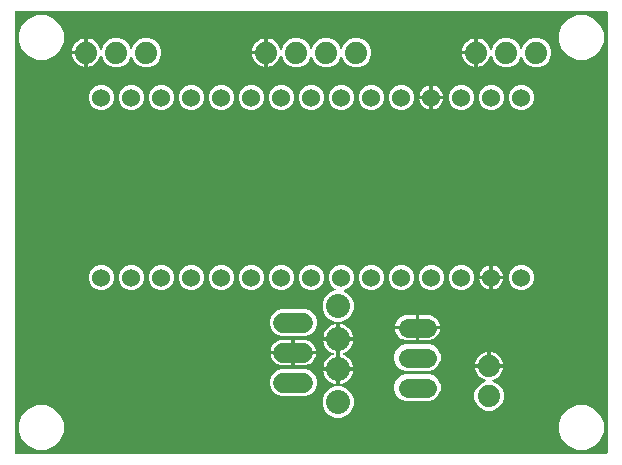
<source format=gbr>
G04 EAGLE Gerber RS-274X export*
G75*
%MOMM*%
%FSLAX34Y34*%
%LPD*%
%INTop Copper*%
%IPPOS*%
%AMOC8*
5,1,8,0,0,1.08239X$1,22.5*%
G01*
%ADD10C,2.032000*%
%ADD11C,1.879600*%
%ADD12C,1.524000*%
%ADD13C,1.676400*%
%ADD14C,1.650000*%

G36*
X707410Y434852D02*
X707410Y434852D01*
X707429Y434850D01*
X707531Y434872D01*
X707633Y434888D01*
X707650Y434898D01*
X707670Y434902D01*
X707759Y434955D01*
X707850Y435004D01*
X707864Y435018D01*
X707881Y435028D01*
X707948Y435107D01*
X708020Y435182D01*
X708028Y435200D01*
X708041Y435215D01*
X708080Y435311D01*
X708123Y435405D01*
X708125Y435425D01*
X708133Y435443D01*
X708151Y435610D01*
X708151Y808990D01*
X708148Y809010D01*
X708150Y809029D01*
X708128Y809131D01*
X708112Y809233D01*
X708102Y809250D01*
X708098Y809270D01*
X708045Y809359D01*
X707996Y809450D01*
X707982Y809464D01*
X707972Y809481D01*
X707893Y809548D01*
X707818Y809620D01*
X707800Y809628D01*
X707785Y809641D01*
X707689Y809680D01*
X707595Y809723D01*
X707575Y809725D01*
X707557Y809733D01*
X707390Y809751D01*
X207010Y809751D01*
X206990Y809748D01*
X206971Y809750D01*
X206869Y809728D01*
X206767Y809712D01*
X206750Y809702D01*
X206730Y809698D01*
X206641Y809645D01*
X206550Y809596D01*
X206536Y809582D01*
X206519Y809572D01*
X206452Y809493D01*
X206380Y809418D01*
X206372Y809400D01*
X206359Y809385D01*
X206320Y809289D01*
X206277Y809195D01*
X206275Y809175D01*
X206267Y809157D01*
X206249Y808990D01*
X206249Y435610D01*
X206252Y435590D01*
X206250Y435571D01*
X206272Y435469D01*
X206288Y435367D01*
X206298Y435350D01*
X206302Y435330D01*
X206355Y435241D01*
X206404Y435150D01*
X206418Y435136D01*
X206428Y435119D01*
X206507Y435052D01*
X206582Y434980D01*
X206600Y434972D01*
X206615Y434959D01*
X206711Y434920D01*
X206805Y434877D01*
X206825Y434875D01*
X206843Y434867D01*
X207010Y434849D01*
X707390Y434849D01*
X707410Y434852D01*
G37*
%LPC*%
G36*
X442024Y762253D02*
X442024Y762253D01*
X437449Y764148D01*
X433948Y767649D01*
X432168Y771948D01*
X432114Y772034D01*
X432066Y772123D01*
X432050Y772138D01*
X432038Y772157D01*
X431960Y772221D01*
X431886Y772290D01*
X431866Y772299D01*
X431849Y772313D01*
X431754Y772350D01*
X431662Y772391D01*
X431640Y772394D01*
X431619Y772402D01*
X431518Y772406D01*
X431417Y772416D01*
X431396Y772411D01*
X431373Y772412D01*
X431276Y772384D01*
X431177Y772361D01*
X431158Y772350D01*
X431137Y772343D01*
X431054Y772286D01*
X430968Y772233D01*
X430953Y772216D01*
X430935Y772203D01*
X430875Y772122D01*
X430810Y772044D01*
X430798Y772019D01*
X430788Y772006D01*
X430778Y771975D01*
X430741Y771891D01*
X430164Y770117D01*
X429311Y768443D01*
X428206Y766922D01*
X426878Y765594D01*
X425357Y764489D01*
X423683Y763636D01*
X421896Y763055D01*
X420623Y762854D01*
X420623Y773938D01*
X420620Y773958D01*
X420622Y773977D01*
X420600Y774079D01*
X420583Y774181D01*
X420574Y774198D01*
X420570Y774218D01*
X420517Y774307D01*
X420468Y774398D01*
X420454Y774412D01*
X420444Y774429D01*
X420365Y774496D01*
X420290Y774567D01*
X420272Y774576D01*
X420257Y774589D01*
X420161Y774627D01*
X420067Y774671D01*
X420047Y774673D01*
X420029Y774681D01*
X419862Y774699D01*
X419099Y774699D01*
X419099Y774701D01*
X419862Y774701D01*
X419882Y774704D01*
X419901Y774702D01*
X420003Y774724D01*
X420105Y774741D01*
X420122Y774750D01*
X420142Y774754D01*
X420231Y774807D01*
X420322Y774856D01*
X420336Y774870D01*
X420353Y774880D01*
X420420Y774959D01*
X420491Y775034D01*
X420500Y775052D01*
X420513Y775067D01*
X420552Y775163D01*
X420595Y775257D01*
X420597Y775277D01*
X420605Y775295D01*
X420623Y775462D01*
X420623Y786546D01*
X421896Y786345D01*
X423683Y785764D01*
X425357Y784911D01*
X426878Y783806D01*
X428206Y782478D01*
X429311Y780957D01*
X430164Y779283D01*
X430741Y777509D01*
X430787Y777419D01*
X430828Y777326D01*
X430843Y777310D01*
X430853Y777290D01*
X430926Y777220D01*
X430995Y777145D01*
X431014Y777134D01*
X431030Y777119D01*
X431121Y777075D01*
X431210Y777026D01*
X431232Y777022D01*
X431252Y777013D01*
X431352Y777001D01*
X431452Y776983D01*
X431474Y776986D01*
X431496Y776983D01*
X431595Y777004D01*
X431695Y777018D01*
X431715Y777028D01*
X431737Y777033D01*
X431824Y777084D01*
X431915Y777130D01*
X431930Y777146D01*
X431949Y777157D01*
X432016Y777233D01*
X432087Y777305D01*
X432100Y777330D01*
X432111Y777342D01*
X432124Y777372D01*
X432168Y777452D01*
X433948Y781751D01*
X437449Y785252D01*
X442024Y787147D01*
X446976Y787147D01*
X451551Y785252D01*
X455052Y781751D01*
X456497Y778262D01*
X456535Y778201D01*
X456564Y778136D01*
X456599Y778098D01*
X456626Y778053D01*
X456682Y778007D01*
X456730Y777955D01*
X456776Y777930D01*
X456816Y777896D01*
X456883Y777871D01*
X456946Y777836D01*
X456997Y777827D01*
X457045Y777808D01*
X457117Y777805D01*
X457188Y777792D01*
X457239Y777800D01*
X457291Y777798D01*
X457360Y777818D01*
X457431Y777828D01*
X457477Y777852D01*
X457527Y777866D01*
X457586Y777907D01*
X457650Y777940D01*
X457687Y777977D01*
X457729Y778007D01*
X457772Y778064D01*
X457822Y778115D01*
X457857Y778178D01*
X457876Y778204D01*
X457883Y778226D01*
X457903Y778262D01*
X459348Y781751D01*
X462849Y785252D01*
X467424Y787147D01*
X472376Y787147D01*
X476951Y785252D01*
X480452Y781751D01*
X481897Y778262D01*
X481935Y778201D01*
X481964Y778136D01*
X481999Y778098D01*
X482026Y778053D01*
X482082Y778007D01*
X482130Y777955D01*
X482176Y777930D01*
X482216Y777896D01*
X482283Y777871D01*
X482346Y777836D01*
X482397Y777827D01*
X482445Y777808D01*
X482517Y777805D01*
X482588Y777792D01*
X482639Y777800D01*
X482691Y777798D01*
X482760Y777818D01*
X482831Y777828D01*
X482877Y777852D01*
X482927Y777866D01*
X482986Y777907D01*
X483050Y777940D01*
X483087Y777977D01*
X483129Y778007D01*
X483172Y778064D01*
X483222Y778115D01*
X483257Y778178D01*
X483276Y778204D01*
X483283Y778226D01*
X483303Y778262D01*
X484748Y781751D01*
X488249Y785252D01*
X492824Y787147D01*
X497776Y787147D01*
X502351Y785252D01*
X505852Y781751D01*
X507747Y777176D01*
X507747Y772224D01*
X505852Y767649D01*
X502351Y764148D01*
X497776Y762253D01*
X492824Y762253D01*
X488249Y764148D01*
X484748Y767649D01*
X483303Y771138D01*
X483265Y771199D01*
X483236Y771264D01*
X483201Y771302D01*
X483174Y771347D01*
X483118Y771392D01*
X483070Y771445D01*
X483024Y771470D01*
X482984Y771504D01*
X482917Y771529D01*
X482854Y771564D01*
X482803Y771573D01*
X482755Y771592D01*
X482683Y771595D01*
X482612Y771608D01*
X482561Y771600D01*
X482509Y771602D01*
X482440Y771582D01*
X482369Y771572D01*
X482323Y771548D01*
X482273Y771534D01*
X482214Y771493D01*
X482150Y771460D01*
X482113Y771423D01*
X482071Y771393D01*
X482028Y771336D01*
X481978Y771285D01*
X481943Y771222D01*
X481924Y771196D01*
X481917Y771174D01*
X481897Y771138D01*
X480452Y767649D01*
X476951Y764148D01*
X472376Y762253D01*
X467424Y762253D01*
X462849Y764148D01*
X459348Y767649D01*
X457903Y771138D01*
X457865Y771199D01*
X457836Y771264D01*
X457801Y771302D01*
X457774Y771347D01*
X457718Y771392D01*
X457670Y771445D01*
X457624Y771470D01*
X457584Y771504D01*
X457517Y771529D01*
X457454Y771564D01*
X457403Y771573D01*
X457355Y771592D01*
X457283Y771595D01*
X457212Y771608D01*
X457161Y771600D01*
X457109Y771602D01*
X457040Y771582D01*
X456969Y771572D01*
X456923Y771548D01*
X456873Y771534D01*
X456814Y771493D01*
X456750Y771460D01*
X456713Y771423D01*
X456671Y771393D01*
X456628Y771336D01*
X456578Y771285D01*
X456543Y771222D01*
X456524Y771196D01*
X456517Y771174D01*
X456497Y771138D01*
X455052Y767649D01*
X451551Y764148D01*
X446976Y762253D01*
X442024Y762253D01*
G37*
%LPD*%
%LPC*%
G36*
X289624Y762253D02*
X289624Y762253D01*
X285049Y764148D01*
X281548Y767649D01*
X279768Y771948D01*
X279714Y772034D01*
X279666Y772123D01*
X279650Y772138D01*
X279638Y772157D01*
X279560Y772221D01*
X279486Y772290D01*
X279466Y772299D01*
X279449Y772313D01*
X279354Y772350D01*
X279262Y772391D01*
X279240Y772394D01*
X279219Y772402D01*
X279118Y772406D01*
X279017Y772416D01*
X278996Y772411D01*
X278973Y772412D01*
X278876Y772384D01*
X278777Y772361D01*
X278758Y772350D01*
X278737Y772343D01*
X278654Y772286D01*
X278568Y772233D01*
X278553Y772216D01*
X278535Y772203D01*
X278475Y772122D01*
X278410Y772044D01*
X278398Y772019D01*
X278388Y772006D01*
X278378Y771975D01*
X278341Y771891D01*
X277764Y770117D01*
X276911Y768443D01*
X275806Y766922D01*
X274478Y765594D01*
X272957Y764489D01*
X271283Y763636D01*
X269496Y763055D01*
X268223Y762854D01*
X268223Y773938D01*
X268220Y773958D01*
X268222Y773977D01*
X268200Y774079D01*
X268183Y774181D01*
X268174Y774198D01*
X268170Y774218D01*
X268117Y774307D01*
X268068Y774398D01*
X268054Y774412D01*
X268044Y774429D01*
X267965Y774496D01*
X267890Y774567D01*
X267872Y774576D01*
X267857Y774589D01*
X267761Y774627D01*
X267667Y774671D01*
X267647Y774673D01*
X267629Y774681D01*
X267462Y774699D01*
X266699Y774699D01*
X266699Y774701D01*
X267462Y774701D01*
X267482Y774704D01*
X267501Y774702D01*
X267603Y774724D01*
X267705Y774741D01*
X267722Y774750D01*
X267742Y774754D01*
X267831Y774807D01*
X267922Y774856D01*
X267936Y774870D01*
X267953Y774880D01*
X268020Y774959D01*
X268091Y775034D01*
X268100Y775052D01*
X268113Y775067D01*
X268152Y775163D01*
X268195Y775257D01*
X268197Y775277D01*
X268205Y775295D01*
X268223Y775462D01*
X268223Y786546D01*
X269496Y786345D01*
X271283Y785764D01*
X272957Y784911D01*
X274478Y783806D01*
X275806Y782478D01*
X276911Y780957D01*
X277764Y779283D01*
X278341Y777509D01*
X278387Y777419D01*
X278428Y777326D01*
X278443Y777310D01*
X278453Y777290D01*
X278526Y777220D01*
X278595Y777145D01*
X278614Y777134D01*
X278630Y777119D01*
X278721Y777075D01*
X278810Y777026D01*
X278832Y777022D01*
X278852Y777013D01*
X278952Y777001D01*
X279052Y776983D01*
X279074Y776986D01*
X279096Y776983D01*
X279195Y777004D01*
X279295Y777018D01*
X279315Y777028D01*
X279337Y777033D01*
X279424Y777084D01*
X279515Y777130D01*
X279530Y777146D01*
X279549Y777157D01*
X279616Y777233D01*
X279687Y777305D01*
X279700Y777330D01*
X279711Y777342D01*
X279724Y777372D01*
X279768Y777452D01*
X281548Y781751D01*
X285049Y785252D01*
X289624Y787147D01*
X294576Y787147D01*
X299151Y785252D01*
X302652Y781751D01*
X304097Y778262D01*
X304135Y778201D01*
X304164Y778136D01*
X304199Y778098D01*
X304226Y778053D01*
X304282Y778008D01*
X304330Y777955D01*
X304376Y777930D01*
X304416Y777896D01*
X304483Y777871D01*
X304546Y777836D01*
X304597Y777827D01*
X304645Y777808D01*
X304717Y777805D01*
X304788Y777792D01*
X304839Y777800D01*
X304891Y777798D01*
X304960Y777818D01*
X305031Y777828D01*
X305077Y777852D01*
X305127Y777866D01*
X305186Y777907D01*
X305250Y777940D01*
X305287Y777977D01*
X305329Y778007D01*
X305372Y778064D01*
X305422Y778115D01*
X305457Y778178D01*
X305476Y778204D01*
X305483Y778226D01*
X305503Y778262D01*
X306948Y781751D01*
X310449Y785252D01*
X315024Y787147D01*
X319976Y787147D01*
X324551Y785252D01*
X328052Y781751D01*
X329947Y777176D01*
X329947Y772224D01*
X328052Y767649D01*
X324551Y764148D01*
X319976Y762253D01*
X315024Y762253D01*
X310449Y764148D01*
X306948Y767649D01*
X305503Y771138D01*
X305465Y771199D01*
X305436Y771264D01*
X305401Y771302D01*
X305374Y771347D01*
X305318Y771393D01*
X305270Y771445D01*
X305224Y771470D01*
X305184Y771504D01*
X305117Y771529D01*
X305054Y771564D01*
X305003Y771573D01*
X304955Y771592D01*
X304883Y771595D01*
X304812Y771608D01*
X304761Y771600D01*
X304709Y771602D01*
X304640Y771582D01*
X304569Y771572D01*
X304523Y771548D01*
X304473Y771534D01*
X304414Y771493D01*
X304350Y771460D01*
X304313Y771423D01*
X304271Y771393D01*
X304228Y771336D01*
X304178Y771285D01*
X304143Y771222D01*
X304124Y771196D01*
X304117Y771174D01*
X304097Y771138D01*
X302652Y767649D01*
X299151Y764148D01*
X294576Y762253D01*
X289624Y762253D01*
G37*
%LPD*%
%LPC*%
G36*
X619824Y762253D02*
X619824Y762253D01*
X615249Y764148D01*
X611748Y767649D01*
X609968Y771948D01*
X609914Y772034D01*
X609866Y772123D01*
X609850Y772138D01*
X609838Y772157D01*
X609760Y772221D01*
X609686Y772290D01*
X609666Y772299D01*
X609649Y772313D01*
X609554Y772350D01*
X609462Y772391D01*
X609440Y772394D01*
X609419Y772402D01*
X609318Y772406D01*
X609217Y772416D01*
X609196Y772411D01*
X609173Y772412D01*
X609076Y772384D01*
X608977Y772361D01*
X608958Y772350D01*
X608937Y772344D01*
X608854Y772286D01*
X608768Y772233D01*
X608753Y772216D01*
X608735Y772203D01*
X608675Y772122D01*
X608610Y772044D01*
X608598Y772019D01*
X608588Y772006D01*
X608578Y771975D01*
X608541Y771891D01*
X607964Y770117D01*
X607111Y768443D01*
X606006Y766922D01*
X604678Y765594D01*
X603157Y764489D01*
X601483Y763636D01*
X599696Y763055D01*
X598423Y762854D01*
X598423Y773938D01*
X598420Y773958D01*
X598422Y773977D01*
X598400Y774079D01*
X598383Y774181D01*
X598374Y774198D01*
X598370Y774218D01*
X598317Y774307D01*
X598268Y774398D01*
X598254Y774412D01*
X598244Y774429D01*
X598165Y774496D01*
X598090Y774567D01*
X598072Y774576D01*
X598057Y774589D01*
X597961Y774627D01*
X597867Y774671D01*
X597847Y774673D01*
X597829Y774681D01*
X597662Y774699D01*
X596899Y774699D01*
X596899Y774701D01*
X597662Y774701D01*
X597682Y774704D01*
X597701Y774702D01*
X597803Y774724D01*
X597905Y774741D01*
X597922Y774750D01*
X597942Y774754D01*
X598031Y774807D01*
X598122Y774856D01*
X598136Y774870D01*
X598153Y774880D01*
X598220Y774959D01*
X598291Y775034D01*
X598300Y775052D01*
X598313Y775067D01*
X598352Y775163D01*
X598395Y775257D01*
X598397Y775277D01*
X598405Y775295D01*
X598423Y775462D01*
X598423Y786546D01*
X599696Y786345D01*
X601483Y785764D01*
X603157Y784911D01*
X604678Y783806D01*
X606006Y782478D01*
X607111Y780957D01*
X607964Y779283D01*
X608541Y777509D01*
X608587Y777419D01*
X608628Y777326D01*
X608643Y777310D01*
X608653Y777290D01*
X608726Y777219D01*
X608795Y777145D01*
X608814Y777134D01*
X608830Y777119D01*
X608921Y777075D01*
X609010Y777026D01*
X609032Y777022D01*
X609052Y777013D01*
X609152Y777001D01*
X609252Y776983D01*
X609274Y776986D01*
X609296Y776983D01*
X609395Y777004D01*
X609495Y777018D01*
X609515Y777028D01*
X609537Y777033D01*
X609624Y777084D01*
X609715Y777130D01*
X609730Y777146D01*
X609749Y777157D01*
X609816Y777233D01*
X609887Y777305D01*
X609900Y777330D01*
X609911Y777342D01*
X609924Y777372D01*
X609968Y777452D01*
X611748Y781751D01*
X615249Y785252D01*
X619824Y787147D01*
X624776Y787147D01*
X629351Y785252D01*
X632852Y781751D01*
X634297Y778262D01*
X634335Y778201D01*
X634364Y778136D01*
X634399Y778097D01*
X634426Y778053D01*
X634482Y778007D01*
X634530Y777955D01*
X634576Y777930D01*
X634616Y777896D01*
X634683Y777871D01*
X634746Y777836D01*
X634797Y777827D01*
X634845Y777808D01*
X634917Y777805D01*
X634988Y777792D01*
X635039Y777800D01*
X635091Y777798D01*
X635160Y777818D01*
X635231Y777828D01*
X635277Y777852D01*
X635327Y777866D01*
X635386Y777907D01*
X635450Y777940D01*
X635487Y777977D01*
X635529Y778007D01*
X635572Y778064D01*
X635622Y778115D01*
X635657Y778178D01*
X635676Y778204D01*
X635683Y778226D01*
X635703Y778262D01*
X637148Y781751D01*
X640649Y785252D01*
X645224Y787147D01*
X650176Y787147D01*
X654751Y785252D01*
X658252Y781751D01*
X660147Y777176D01*
X660147Y772224D01*
X658252Y767649D01*
X654751Y764148D01*
X650176Y762253D01*
X645224Y762253D01*
X640649Y764148D01*
X637148Y767649D01*
X635703Y771138D01*
X635665Y771199D01*
X635636Y771264D01*
X635601Y771302D01*
X635574Y771347D01*
X635518Y771393D01*
X635470Y771445D01*
X635424Y771470D01*
X635384Y771504D01*
X635317Y771529D01*
X635254Y771564D01*
X635203Y771573D01*
X635155Y771592D01*
X635083Y771595D01*
X635012Y771608D01*
X634961Y771600D01*
X634909Y771602D01*
X634840Y771582D01*
X634769Y771572D01*
X634723Y771548D01*
X634673Y771534D01*
X634614Y771493D01*
X634550Y771460D01*
X634513Y771423D01*
X634471Y771393D01*
X634428Y771336D01*
X634378Y771285D01*
X634343Y771222D01*
X634324Y771196D01*
X634317Y771174D01*
X634297Y771138D01*
X632852Y767649D01*
X629351Y764148D01*
X624776Y762253D01*
X619824Y762253D01*
G37*
%LPD*%
%LPC*%
G36*
X682036Y768476D02*
X682036Y768476D01*
X675081Y771357D01*
X669757Y776681D01*
X666876Y783636D01*
X666876Y791164D01*
X669757Y798119D01*
X675081Y803443D01*
X682036Y806324D01*
X689564Y806324D01*
X696519Y803443D01*
X701843Y798119D01*
X704724Y791164D01*
X704724Y783636D01*
X701843Y776681D01*
X696519Y771357D01*
X689564Y768476D01*
X682036Y768476D01*
G37*
%LPD*%
%LPC*%
G36*
X224836Y768476D02*
X224836Y768476D01*
X217881Y771357D01*
X212557Y776681D01*
X209676Y783636D01*
X209676Y791164D01*
X212557Y798119D01*
X217881Y803443D01*
X224836Y806324D01*
X232364Y806324D01*
X239319Y803443D01*
X244643Y798119D01*
X247524Y791164D01*
X247524Y783636D01*
X244643Y776681D01*
X239319Y771357D01*
X232364Y768476D01*
X224836Y768476D01*
G37*
%LPD*%
%LPC*%
G36*
X682036Y438276D02*
X682036Y438276D01*
X675081Y441157D01*
X669757Y446481D01*
X666876Y453436D01*
X666876Y460964D01*
X669757Y467919D01*
X675081Y473243D01*
X682036Y476124D01*
X689564Y476124D01*
X696519Y473243D01*
X701843Y467919D01*
X704724Y460964D01*
X704724Y453436D01*
X701843Y446481D01*
X696519Y441157D01*
X689564Y438276D01*
X682036Y438276D01*
G37*
%LPD*%
%LPC*%
G36*
X224836Y438276D02*
X224836Y438276D01*
X217881Y441157D01*
X212557Y446481D01*
X209676Y453436D01*
X209676Y460964D01*
X212557Y467919D01*
X217881Y473243D01*
X224836Y476124D01*
X232364Y476124D01*
X239319Y473243D01*
X244643Y467919D01*
X247524Y460964D01*
X247524Y453436D01*
X244643Y446481D01*
X239319Y441157D01*
X232364Y438276D01*
X224836Y438276D01*
G37*
%LPD*%
%LPC*%
G36*
X477433Y546861D02*
X477433Y546861D01*
X472578Y548872D01*
X468862Y552588D01*
X466851Y557443D01*
X466851Y562697D01*
X468862Y567552D01*
X472578Y571268D01*
X477562Y573332D01*
X477623Y573370D01*
X477689Y573399D01*
X477727Y573435D01*
X477771Y573462D01*
X477817Y573517D01*
X477870Y573566D01*
X477895Y573611D01*
X477928Y573651D01*
X477954Y573718D01*
X477988Y573781D01*
X477998Y573833D01*
X478016Y573881D01*
X478019Y573953D01*
X478032Y574023D01*
X478024Y574075D01*
X478027Y574127D01*
X478007Y574196D01*
X477996Y574267D01*
X477973Y574313D01*
X477958Y574363D01*
X477917Y574422D01*
X477885Y574486D01*
X477848Y574522D01*
X477818Y574565D01*
X477760Y574608D01*
X477709Y574658D01*
X477646Y574693D01*
X477620Y574712D01*
X477598Y574719D01*
X477562Y574739D01*
X476557Y575155D01*
X473555Y578157D01*
X471931Y582078D01*
X471931Y586322D01*
X473555Y590243D01*
X476557Y593245D01*
X480478Y594869D01*
X484722Y594869D01*
X488643Y593245D01*
X491645Y590243D01*
X493269Y586322D01*
X493269Y582078D01*
X491645Y578157D01*
X488643Y575155D01*
X485098Y573687D01*
X485037Y573649D01*
X484971Y573620D01*
X484933Y573585D01*
X484889Y573557D01*
X484843Y573502D01*
X484790Y573454D01*
X484765Y573408D01*
X484732Y573368D01*
X484706Y573301D01*
X484672Y573238D01*
X484662Y573187D01*
X484644Y573138D01*
X484641Y573067D01*
X484628Y572996D01*
X484636Y572944D01*
X484633Y572892D01*
X484653Y572824D01*
X484664Y572753D01*
X484687Y572706D01*
X484702Y572656D01*
X484743Y572597D01*
X484775Y572533D01*
X484812Y572497D01*
X484842Y572454D01*
X484900Y572411D01*
X484951Y572361D01*
X485014Y572327D01*
X485040Y572307D01*
X485062Y572300D01*
X485098Y572280D01*
X487542Y571268D01*
X491258Y567552D01*
X493269Y562697D01*
X493269Y557443D01*
X491258Y552588D01*
X487542Y548872D01*
X482687Y546861D01*
X477433Y546861D01*
G37*
%LPD*%
%LPC*%
G36*
X431304Y534669D02*
X431304Y534669D01*
X427103Y536410D01*
X423888Y539625D01*
X422147Y543826D01*
X422147Y548374D01*
X423888Y552575D01*
X427103Y555790D01*
X431304Y557531D01*
X452616Y557531D01*
X456817Y555790D01*
X460032Y552575D01*
X461773Y548374D01*
X461773Y543826D01*
X460032Y539625D01*
X456817Y536410D01*
X452616Y534669D01*
X431304Y534669D01*
G37*
%LPD*%
%LPC*%
G36*
X431304Y483869D02*
X431304Y483869D01*
X427103Y485610D01*
X423888Y488825D01*
X422147Y493026D01*
X422147Y497574D01*
X423888Y501775D01*
X427103Y504990D01*
X431304Y506731D01*
X452616Y506731D01*
X456817Y504990D01*
X460032Y501775D01*
X461773Y497574D01*
X461773Y493026D01*
X460032Y488825D01*
X456817Y485610D01*
X452616Y483869D01*
X431304Y483869D01*
G37*
%LPD*%
%LPC*%
G36*
X536619Y505083D02*
X536619Y505083D01*
X532466Y506803D01*
X529287Y509982D01*
X527567Y514135D01*
X527567Y518629D01*
X529287Y522782D01*
X532466Y525961D01*
X536619Y527681D01*
X557613Y527681D01*
X561766Y525961D01*
X564945Y522782D01*
X566665Y518629D01*
X566665Y514135D01*
X564945Y509982D01*
X561766Y506803D01*
X557613Y505083D01*
X536619Y505083D01*
G37*
%LPD*%
%LPC*%
G36*
X536619Y479683D02*
X536619Y479683D01*
X532466Y481403D01*
X529287Y484582D01*
X527567Y488735D01*
X527567Y493229D01*
X529287Y497382D01*
X532466Y500561D01*
X536619Y502281D01*
X557613Y502281D01*
X561766Y500561D01*
X564945Y497382D01*
X566665Y493229D01*
X566665Y488735D01*
X564945Y484582D01*
X561766Y481403D01*
X557613Y479683D01*
X536619Y479683D01*
G37*
%LPD*%
%LPC*%
G36*
X605346Y471423D02*
X605346Y471423D01*
X600771Y473318D01*
X597270Y476819D01*
X595375Y481394D01*
X595375Y486346D01*
X597270Y490921D01*
X600771Y494422D01*
X605070Y496202D01*
X605156Y496256D01*
X605245Y496304D01*
X605260Y496320D01*
X605279Y496332D01*
X605343Y496410D01*
X605412Y496484D01*
X605421Y496504D01*
X605435Y496521D01*
X605472Y496616D01*
X605513Y496708D01*
X605516Y496730D01*
X605524Y496751D01*
X605528Y496852D01*
X605538Y496953D01*
X605533Y496974D01*
X605534Y496997D01*
X605506Y497094D01*
X605483Y497193D01*
X605472Y497212D01*
X605465Y497233D01*
X605408Y497316D01*
X605355Y497402D01*
X605338Y497417D01*
X605325Y497435D01*
X605244Y497495D01*
X605166Y497560D01*
X605141Y497572D01*
X605128Y497582D01*
X605097Y497592D01*
X605013Y497629D01*
X603239Y498206D01*
X601565Y499059D01*
X600044Y500164D01*
X598716Y501492D01*
X597611Y503013D01*
X596758Y504687D01*
X596177Y506474D01*
X595976Y507747D01*
X607060Y507747D01*
X607080Y507750D01*
X607099Y507748D01*
X607201Y507770D01*
X607303Y507787D01*
X607320Y507796D01*
X607340Y507800D01*
X607429Y507853D01*
X607520Y507902D01*
X607534Y507916D01*
X607551Y507926D01*
X607618Y508005D01*
X607689Y508080D01*
X607698Y508098D01*
X607711Y508113D01*
X607749Y508209D01*
X607793Y508303D01*
X607795Y508323D01*
X607803Y508341D01*
X607821Y508508D01*
X607821Y509271D01*
X607823Y509271D01*
X607823Y508508D01*
X607826Y508488D01*
X607824Y508469D01*
X607846Y508367D01*
X607863Y508265D01*
X607872Y508248D01*
X607876Y508228D01*
X607929Y508139D01*
X607978Y508048D01*
X607992Y508034D01*
X608002Y508017D01*
X608081Y507950D01*
X608156Y507879D01*
X608174Y507870D01*
X608189Y507857D01*
X608285Y507818D01*
X608379Y507775D01*
X608399Y507773D01*
X608417Y507765D01*
X608584Y507747D01*
X619668Y507747D01*
X619467Y506474D01*
X618886Y504687D01*
X618033Y503013D01*
X616928Y501492D01*
X615600Y500164D01*
X614079Y499059D01*
X612405Y498206D01*
X610631Y497629D01*
X610541Y497583D01*
X610448Y497542D01*
X610432Y497527D01*
X610412Y497517D01*
X610342Y497444D01*
X610267Y497375D01*
X610256Y497356D01*
X610241Y497340D01*
X610197Y497249D01*
X610148Y497160D01*
X610144Y497138D01*
X610135Y497118D01*
X610123Y497018D01*
X610105Y496918D01*
X610108Y496896D01*
X610105Y496874D01*
X610126Y496775D01*
X610140Y496675D01*
X610150Y496655D01*
X610155Y496633D01*
X610206Y496546D01*
X610252Y496455D01*
X610268Y496440D01*
X610279Y496421D01*
X610355Y496354D01*
X610427Y496283D01*
X610452Y496270D01*
X610464Y496259D01*
X610494Y496246D01*
X610574Y496202D01*
X614873Y494422D01*
X618374Y490921D01*
X620269Y486346D01*
X620269Y481394D01*
X618374Y476819D01*
X614873Y473318D01*
X610298Y471423D01*
X605346Y471423D01*
G37*
%LPD*%
%LPC*%
G36*
X477433Y465581D02*
X477433Y465581D01*
X472578Y467592D01*
X468862Y471308D01*
X466851Y476163D01*
X466851Y481417D01*
X468862Y486272D01*
X472578Y489988D01*
X477433Y491999D01*
X482687Y491999D01*
X487542Y489988D01*
X491258Y486272D01*
X493269Y481417D01*
X493269Y476163D01*
X491258Y471308D01*
X487542Y467592D01*
X482687Y465581D01*
X477433Y465581D01*
G37*
%LPD*%
%LPC*%
G36*
X607478Y725931D02*
X607478Y725931D01*
X603557Y727555D01*
X600555Y730557D01*
X598931Y734478D01*
X598931Y738722D01*
X600555Y742643D01*
X603557Y745645D01*
X607478Y747269D01*
X611722Y747269D01*
X615643Y745645D01*
X618645Y742643D01*
X620269Y738722D01*
X620269Y734478D01*
X618645Y730557D01*
X615643Y727555D01*
X611722Y725931D01*
X607478Y725931D01*
G37*
%LPD*%
%LPC*%
G36*
X582078Y725931D02*
X582078Y725931D01*
X578157Y727555D01*
X575155Y730557D01*
X573531Y734478D01*
X573531Y738722D01*
X575155Y742643D01*
X578157Y745645D01*
X582078Y747269D01*
X586322Y747269D01*
X590243Y745645D01*
X593245Y742643D01*
X594869Y738722D01*
X594869Y734478D01*
X593245Y730557D01*
X590243Y727555D01*
X586322Y725931D01*
X582078Y725931D01*
G37*
%LPD*%
%LPC*%
G36*
X531278Y725931D02*
X531278Y725931D01*
X527357Y727555D01*
X524355Y730557D01*
X522731Y734478D01*
X522731Y738722D01*
X524355Y742643D01*
X527357Y745645D01*
X531278Y747269D01*
X535522Y747269D01*
X539443Y745645D01*
X542445Y742643D01*
X544069Y738722D01*
X544069Y734478D01*
X542445Y730557D01*
X539443Y727555D01*
X535522Y725931D01*
X531278Y725931D01*
G37*
%LPD*%
%LPC*%
G36*
X277278Y573531D02*
X277278Y573531D01*
X273357Y575155D01*
X270355Y578157D01*
X268731Y582078D01*
X268731Y586322D01*
X270355Y590243D01*
X273357Y593245D01*
X277278Y594869D01*
X281522Y594869D01*
X285443Y593245D01*
X288445Y590243D01*
X290069Y586322D01*
X290069Y582078D01*
X288445Y578157D01*
X285443Y575155D01*
X281522Y573531D01*
X277278Y573531D01*
G37*
%LPD*%
%LPC*%
G36*
X480478Y725931D02*
X480478Y725931D01*
X476557Y727555D01*
X473555Y730557D01*
X471931Y734478D01*
X471931Y738722D01*
X473555Y742643D01*
X476557Y745645D01*
X480478Y747269D01*
X484722Y747269D01*
X488643Y745645D01*
X491645Y742643D01*
X493269Y738722D01*
X493269Y734478D01*
X491645Y730557D01*
X488643Y727555D01*
X484722Y725931D01*
X480478Y725931D01*
G37*
%LPD*%
%LPC*%
G36*
X455078Y725931D02*
X455078Y725931D01*
X451157Y727555D01*
X448155Y730557D01*
X446531Y734478D01*
X446531Y738722D01*
X448155Y742643D01*
X451157Y745645D01*
X455078Y747269D01*
X459322Y747269D01*
X463243Y745645D01*
X466245Y742643D01*
X467869Y738722D01*
X467869Y734478D01*
X466245Y730557D01*
X463243Y727555D01*
X459322Y725931D01*
X455078Y725931D01*
G37*
%LPD*%
%LPC*%
G36*
X429678Y725931D02*
X429678Y725931D01*
X425757Y727555D01*
X422755Y730557D01*
X421131Y734478D01*
X421131Y738722D01*
X422755Y742643D01*
X425757Y745645D01*
X429678Y747269D01*
X433922Y747269D01*
X437843Y745645D01*
X440845Y742643D01*
X442469Y738722D01*
X442469Y734478D01*
X440845Y730557D01*
X437843Y727555D01*
X433922Y725931D01*
X429678Y725931D01*
G37*
%LPD*%
%LPC*%
G36*
X404278Y725931D02*
X404278Y725931D01*
X400357Y727555D01*
X397355Y730557D01*
X395731Y734478D01*
X395731Y738722D01*
X397355Y742643D01*
X400357Y745645D01*
X404278Y747269D01*
X408522Y747269D01*
X412443Y745645D01*
X415445Y742643D01*
X417069Y738722D01*
X417069Y734478D01*
X415445Y730557D01*
X412443Y727555D01*
X408522Y725931D01*
X404278Y725931D01*
G37*
%LPD*%
%LPC*%
G36*
X378878Y725931D02*
X378878Y725931D01*
X374957Y727555D01*
X371955Y730557D01*
X370331Y734478D01*
X370331Y738722D01*
X371955Y742643D01*
X374957Y745645D01*
X378878Y747269D01*
X383122Y747269D01*
X387043Y745645D01*
X390045Y742643D01*
X391669Y738722D01*
X391669Y734478D01*
X390045Y730557D01*
X387043Y727555D01*
X383122Y725931D01*
X378878Y725931D01*
G37*
%LPD*%
%LPC*%
G36*
X353478Y725931D02*
X353478Y725931D01*
X349557Y727555D01*
X346555Y730557D01*
X344931Y734478D01*
X344931Y738722D01*
X346555Y742643D01*
X349557Y745645D01*
X353478Y747269D01*
X357722Y747269D01*
X361643Y745645D01*
X364645Y742643D01*
X366269Y738722D01*
X366269Y734478D01*
X364645Y730557D01*
X361643Y727555D01*
X357722Y725931D01*
X353478Y725931D01*
G37*
%LPD*%
%LPC*%
G36*
X328078Y725931D02*
X328078Y725931D01*
X324157Y727555D01*
X321155Y730557D01*
X319531Y734478D01*
X319531Y738722D01*
X321155Y742643D01*
X324157Y745645D01*
X328078Y747269D01*
X332322Y747269D01*
X336243Y745645D01*
X339245Y742643D01*
X340869Y738722D01*
X340869Y734478D01*
X339245Y730557D01*
X336243Y727555D01*
X332322Y725931D01*
X328078Y725931D01*
G37*
%LPD*%
%LPC*%
G36*
X302678Y573531D02*
X302678Y573531D01*
X298757Y575155D01*
X295755Y578157D01*
X294131Y582078D01*
X294131Y586322D01*
X295755Y590243D01*
X298757Y593245D01*
X302678Y594869D01*
X306922Y594869D01*
X310843Y593245D01*
X313845Y590243D01*
X315469Y586322D01*
X315469Y582078D01*
X313845Y578157D01*
X310843Y575155D01*
X306922Y573531D01*
X302678Y573531D01*
G37*
%LPD*%
%LPC*%
G36*
X328078Y573531D02*
X328078Y573531D01*
X324157Y575155D01*
X321155Y578157D01*
X319531Y582078D01*
X319531Y586322D01*
X321155Y590243D01*
X324157Y593245D01*
X328078Y594869D01*
X332322Y594869D01*
X336243Y593245D01*
X339245Y590243D01*
X340869Y586322D01*
X340869Y582078D01*
X339245Y578157D01*
X336243Y575155D01*
X332322Y573531D01*
X328078Y573531D01*
G37*
%LPD*%
%LPC*%
G36*
X353478Y573531D02*
X353478Y573531D01*
X349557Y575155D01*
X346555Y578157D01*
X344931Y582078D01*
X344931Y586322D01*
X346555Y590243D01*
X349557Y593245D01*
X353478Y594869D01*
X357722Y594869D01*
X361643Y593245D01*
X364645Y590243D01*
X366269Y586322D01*
X366269Y582078D01*
X364645Y578157D01*
X361643Y575155D01*
X357722Y573531D01*
X353478Y573531D01*
G37*
%LPD*%
%LPC*%
G36*
X378878Y573531D02*
X378878Y573531D01*
X374957Y575155D01*
X371955Y578157D01*
X370331Y582078D01*
X370331Y586322D01*
X371955Y590243D01*
X374957Y593245D01*
X378878Y594869D01*
X383122Y594869D01*
X387043Y593245D01*
X390045Y590243D01*
X391669Y586322D01*
X391669Y582078D01*
X390045Y578157D01*
X387043Y575155D01*
X383122Y573531D01*
X378878Y573531D01*
G37*
%LPD*%
%LPC*%
G36*
X404278Y573531D02*
X404278Y573531D01*
X400357Y575155D01*
X397355Y578157D01*
X395731Y582078D01*
X395731Y586322D01*
X397355Y590243D01*
X400357Y593245D01*
X404278Y594869D01*
X408522Y594869D01*
X412443Y593245D01*
X415445Y590243D01*
X417069Y586322D01*
X417069Y582078D01*
X415445Y578157D01*
X412443Y575155D01*
X408522Y573531D01*
X404278Y573531D01*
G37*
%LPD*%
%LPC*%
G36*
X632878Y573531D02*
X632878Y573531D01*
X628957Y575155D01*
X625955Y578157D01*
X624331Y582078D01*
X624331Y586322D01*
X625955Y590243D01*
X628957Y593245D01*
X632878Y594869D01*
X637122Y594869D01*
X641043Y593245D01*
X644045Y590243D01*
X645669Y586322D01*
X645669Y582078D01*
X644045Y578157D01*
X641043Y575155D01*
X637122Y573531D01*
X632878Y573531D01*
G37*
%LPD*%
%LPC*%
G36*
X582078Y573531D02*
X582078Y573531D01*
X578157Y575155D01*
X575155Y578157D01*
X573531Y582078D01*
X573531Y586322D01*
X575155Y590243D01*
X578157Y593245D01*
X582078Y594869D01*
X586322Y594869D01*
X590243Y593245D01*
X593245Y590243D01*
X594869Y586322D01*
X594869Y582078D01*
X593245Y578157D01*
X590243Y575155D01*
X586322Y573531D01*
X582078Y573531D01*
G37*
%LPD*%
%LPC*%
G36*
X556678Y573531D02*
X556678Y573531D01*
X552757Y575155D01*
X549755Y578157D01*
X548131Y582078D01*
X548131Y586322D01*
X549755Y590243D01*
X552757Y593245D01*
X556678Y594869D01*
X560922Y594869D01*
X564843Y593245D01*
X567845Y590243D01*
X569469Y586322D01*
X569469Y582078D01*
X567845Y578157D01*
X564843Y575155D01*
X560922Y573531D01*
X556678Y573531D01*
G37*
%LPD*%
%LPC*%
G36*
X531278Y573531D02*
X531278Y573531D01*
X527357Y575155D01*
X524355Y578157D01*
X522731Y582078D01*
X522731Y586322D01*
X524355Y590243D01*
X527357Y593245D01*
X531278Y594869D01*
X535522Y594869D01*
X539443Y593245D01*
X542445Y590243D01*
X544069Y586322D01*
X544069Y582078D01*
X542445Y578157D01*
X539443Y575155D01*
X535522Y573531D01*
X531278Y573531D01*
G37*
%LPD*%
%LPC*%
G36*
X505878Y573531D02*
X505878Y573531D01*
X501957Y575155D01*
X498955Y578157D01*
X497331Y582078D01*
X497331Y586322D01*
X498955Y590243D01*
X501957Y593245D01*
X505878Y594869D01*
X510122Y594869D01*
X514043Y593245D01*
X517045Y590243D01*
X518669Y586322D01*
X518669Y582078D01*
X517045Y578157D01*
X514043Y575155D01*
X510122Y573531D01*
X505878Y573531D01*
G37*
%LPD*%
%LPC*%
G36*
X455078Y573531D02*
X455078Y573531D01*
X451157Y575155D01*
X448155Y578157D01*
X446531Y582078D01*
X446531Y586322D01*
X448155Y590243D01*
X451157Y593245D01*
X455078Y594869D01*
X459322Y594869D01*
X463243Y593245D01*
X466245Y590243D01*
X467869Y586322D01*
X467869Y582078D01*
X466245Y578157D01*
X463243Y575155D01*
X459322Y573531D01*
X455078Y573531D01*
G37*
%LPD*%
%LPC*%
G36*
X505878Y725931D02*
X505878Y725931D01*
X501957Y727555D01*
X498955Y730557D01*
X497331Y734478D01*
X497331Y738722D01*
X498955Y742643D01*
X501957Y745645D01*
X505878Y747269D01*
X510122Y747269D01*
X514043Y745645D01*
X517045Y742643D01*
X518669Y738722D01*
X518669Y734478D01*
X517045Y730557D01*
X514043Y727555D01*
X510122Y725931D01*
X505878Y725931D01*
G37*
%LPD*%
%LPC*%
G36*
X302678Y725931D02*
X302678Y725931D01*
X298757Y727555D01*
X295755Y730557D01*
X294131Y734478D01*
X294131Y738722D01*
X295755Y742643D01*
X298757Y745645D01*
X302678Y747269D01*
X306922Y747269D01*
X310843Y745645D01*
X313845Y742643D01*
X315469Y738722D01*
X315469Y734478D01*
X313845Y730557D01*
X310843Y727555D01*
X306922Y725931D01*
X302678Y725931D01*
G37*
%LPD*%
%LPC*%
G36*
X277278Y725931D02*
X277278Y725931D01*
X273357Y727555D01*
X270355Y730557D01*
X268731Y734478D01*
X268731Y738722D01*
X270355Y742643D01*
X273357Y745645D01*
X277278Y747269D01*
X281522Y747269D01*
X285443Y745645D01*
X288445Y742643D01*
X290069Y738722D01*
X290069Y734478D01*
X288445Y730557D01*
X285443Y727555D01*
X281522Y725931D01*
X277278Y725931D01*
G37*
%LPD*%
%LPC*%
G36*
X632878Y725931D02*
X632878Y725931D01*
X628957Y727555D01*
X625955Y730557D01*
X624331Y734478D01*
X624331Y738722D01*
X625955Y742643D01*
X628957Y745645D01*
X632878Y747269D01*
X637122Y747269D01*
X641043Y745645D01*
X644045Y742643D01*
X645669Y738722D01*
X645669Y734478D01*
X644045Y730557D01*
X641043Y727555D01*
X637122Y725931D01*
X632878Y725931D01*
G37*
%LPD*%
%LPC*%
G36*
X429678Y573531D02*
X429678Y573531D01*
X425757Y575155D01*
X422755Y578157D01*
X421131Y582078D01*
X421131Y586322D01*
X422755Y590243D01*
X425757Y593245D01*
X429678Y594869D01*
X433922Y594869D01*
X437843Y593245D01*
X440845Y590243D01*
X442469Y586322D01*
X442469Y582078D01*
X440845Y578157D01*
X437843Y575155D01*
X433922Y573531D01*
X429678Y573531D01*
G37*
%LPD*%
%LPC*%
G36*
X481583Y508253D02*
X481583Y508253D01*
X481583Y530607D01*
X492678Y530607D01*
X492448Y529156D01*
X491830Y527255D01*
X490923Y525473D01*
X489747Y523856D01*
X488334Y522443D01*
X486717Y521267D01*
X484935Y520360D01*
X484302Y520154D01*
X484295Y520150D01*
X484287Y520149D01*
X484186Y520094D01*
X484083Y520041D01*
X484078Y520035D01*
X484071Y520032D01*
X483993Y519947D01*
X483912Y519865D01*
X483909Y519857D01*
X483903Y519851D01*
X483856Y519747D01*
X483806Y519643D01*
X483805Y519635D01*
X483802Y519627D01*
X483791Y519513D01*
X483777Y519398D01*
X483778Y519391D01*
X483777Y519383D01*
X483803Y519270D01*
X483826Y519158D01*
X483830Y519151D01*
X483832Y519143D01*
X483892Y519045D01*
X483950Y518945D01*
X483957Y518940D01*
X483961Y518933D01*
X484048Y518860D01*
X484136Y518783D01*
X484143Y518780D01*
X484149Y518775D01*
X484302Y518706D01*
X484935Y518500D01*
X486717Y517593D01*
X488334Y516417D01*
X489747Y515004D01*
X490923Y513387D01*
X491830Y511605D01*
X492448Y509704D01*
X492678Y508253D01*
X481583Y508253D01*
G37*
%LPD*%
%LPC*%
G36*
X467442Y508253D02*
X467442Y508253D01*
X467672Y509704D01*
X468290Y511605D01*
X469197Y513387D01*
X470373Y515004D01*
X471786Y516417D01*
X473403Y517593D01*
X475185Y518500D01*
X475818Y518706D01*
X475825Y518710D01*
X475833Y518711D01*
X475934Y518766D01*
X476037Y518819D01*
X476042Y518824D01*
X476049Y518828D01*
X476128Y518913D01*
X476208Y518995D01*
X476211Y519003D01*
X476217Y519008D01*
X476264Y519114D01*
X476314Y519217D01*
X476315Y519225D01*
X476318Y519233D01*
X476329Y519347D01*
X476343Y519462D01*
X476342Y519469D01*
X476343Y519477D01*
X476317Y519590D01*
X476294Y519702D01*
X476290Y519709D01*
X476288Y519717D01*
X476228Y519815D01*
X476170Y519915D01*
X476164Y519920D01*
X476159Y519927D01*
X476071Y520001D01*
X475984Y520077D01*
X475977Y520080D01*
X475971Y520085D01*
X475818Y520154D01*
X475185Y520360D01*
X473403Y521267D01*
X471786Y522443D01*
X470373Y523856D01*
X469197Y525473D01*
X468290Y527255D01*
X467672Y529156D01*
X467442Y530607D01*
X478537Y530607D01*
X478537Y508253D01*
X467442Y508253D01*
G37*
%LPD*%
%LPC*%
G36*
X443483Y522223D02*
X443483Y522223D01*
X443483Y531623D01*
X451202Y531623D01*
X452900Y531354D01*
X454535Y530822D01*
X456067Y530042D01*
X457458Y529031D01*
X458673Y527816D01*
X459684Y526425D01*
X460464Y524893D01*
X460996Y523258D01*
X461160Y522223D01*
X443483Y522223D01*
G37*
%LPD*%
%LPC*%
G36*
X422760Y522223D02*
X422760Y522223D01*
X422924Y523258D01*
X423456Y524893D01*
X424236Y526425D01*
X425247Y527816D01*
X426462Y529031D01*
X427853Y530042D01*
X429385Y530822D01*
X431020Y531354D01*
X432718Y531623D01*
X440437Y531623D01*
X440437Y522223D01*
X422760Y522223D01*
G37*
%LPD*%
%LPC*%
G36*
X443483Y509777D02*
X443483Y509777D01*
X443483Y519177D01*
X461160Y519177D01*
X460996Y518142D01*
X460464Y516507D01*
X459684Y514975D01*
X458673Y513584D01*
X457458Y512369D01*
X456067Y511358D01*
X454535Y510578D01*
X452900Y510046D01*
X451202Y509777D01*
X443483Y509777D01*
G37*
%LPD*%
%LPC*%
G36*
X432718Y509777D02*
X432718Y509777D01*
X431020Y510046D01*
X429385Y510578D01*
X427853Y511358D01*
X426462Y512369D01*
X425247Y513584D01*
X424236Y514975D01*
X423456Y516507D01*
X422924Y518142D01*
X422760Y519177D01*
X440437Y519177D01*
X440437Y509777D01*
X432718Y509777D01*
G37*
%LPD*%
%LPC*%
G36*
X548639Y543305D02*
X548639Y543305D01*
X548639Y552573D01*
X556215Y552573D01*
X557893Y552307D01*
X559508Y551782D01*
X561021Y551011D01*
X562396Y550013D01*
X563597Y548812D01*
X564595Y547437D01*
X565366Y545924D01*
X565891Y544309D01*
X566050Y543305D01*
X548639Y543305D01*
G37*
%LPD*%
%LPC*%
G36*
X528182Y543305D02*
X528182Y543305D01*
X528341Y544309D01*
X528866Y545924D01*
X529637Y547437D01*
X530635Y548812D01*
X531836Y550013D01*
X533211Y551011D01*
X534724Y551782D01*
X536339Y552307D01*
X538017Y552573D01*
X545593Y552573D01*
X545593Y543305D01*
X528182Y543305D01*
G37*
%LPD*%
%LPC*%
G36*
X548639Y530991D02*
X548639Y530991D01*
X548639Y540259D01*
X566050Y540259D01*
X565891Y539255D01*
X565366Y537640D01*
X564595Y536127D01*
X563597Y534752D01*
X562396Y533551D01*
X561021Y532553D01*
X559508Y531782D01*
X557893Y531257D01*
X556215Y530991D01*
X548639Y530991D01*
G37*
%LPD*%
%LPC*%
G36*
X538017Y530991D02*
X538017Y530991D01*
X536339Y531257D01*
X534724Y531782D01*
X533211Y532553D01*
X531836Y533551D01*
X530635Y534752D01*
X529637Y536127D01*
X528866Y537640D01*
X528341Y539255D01*
X528182Y540259D01*
X545593Y540259D01*
X545593Y530991D01*
X538017Y530991D01*
G37*
%LPD*%
%LPC*%
G36*
X481583Y533653D02*
X481583Y533653D01*
X481583Y544748D01*
X483034Y544518D01*
X484935Y543900D01*
X486717Y542993D01*
X488334Y541817D01*
X489747Y540404D01*
X490923Y538787D01*
X491830Y537005D01*
X492448Y535104D01*
X492678Y533653D01*
X481583Y533653D01*
G37*
%LPD*%
%LPC*%
G36*
X481583Y505207D02*
X481583Y505207D01*
X492678Y505207D01*
X492448Y503756D01*
X491830Y501855D01*
X490923Y500073D01*
X489747Y498456D01*
X488334Y497043D01*
X486717Y495867D01*
X484935Y494960D01*
X483034Y494342D01*
X481583Y494112D01*
X481583Y505207D01*
G37*
%LPD*%
%LPC*%
G36*
X467442Y533653D02*
X467442Y533653D01*
X467672Y535104D01*
X468290Y537005D01*
X469197Y538787D01*
X470373Y540404D01*
X471786Y541817D01*
X473403Y542993D01*
X475185Y543900D01*
X477086Y544518D01*
X478537Y544748D01*
X478537Y533653D01*
X467442Y533653D01*
G37*
%LPD*%
%LPC*%
G36*
X477086Y494342D02*
X477086Y494342D01*
X475185Y494960D01*
X473403Y495867D01*
X471786Y497043D01*
X470373Y498456D01*
X469197Y500073D01*
X468290Y501855D01*
X467672Y503756D01*
X467442Y505207D01*
X478537Y505207D01*
X478537Y494112D01*
X477086Y494342D01*
G37*
%LPD*%
%LPC*%
G36*
X609345Y510793D02*
X609345Y510793D01*
X609345Y521116D01*
X610618Y520915D01*
X612405Y520334D01*
X614079Y519481D01*
X615600Y518376D01*
X616928Y517048D01*
X618033Y515527D01*
X618886Y513853D01*
X619467Y512066D01*
X619668Y510793D01*
X609345Y510793D01*
G37*
%LPD*%
%LPC*%
G36*
X595976Y510793D02*
X595976Y510793D01*
X596177Y512066D01*
X596758Y513853D01*
X597611Y515527D01*
X598716Y517048D01*
X600044Y518376D01*
X601565Y519481D01*
X603239Y520334D01*
X605026Y520915D01*
X606299Y521116D01*
X606299Y510793D01*
X595976Y510793D01*
G37*
%LPD*%
%LPC*%
G36*
X585054Y776223D02*
X585054Y776223D01*
X585255Y777496D01*
X585836Y779283D01*
X586689Y780957D01*
X587794Y782478D01*
X589122Y783806D01*
X590643Y784911D01*
X592317Y785764D01*
X594104Y786345D01*
X595377Y786546D01*
X595377Y776223D01*
X585054Y776223D01*
G37*
%LPD*%
%LPC*%
G36*
X254854Y776223D02*
X254854Y776223D01*
X255055Y777496D01*
X255636Y779283D01*
X256489Y780957D01*
X257594Y782478D01*
X258922Y783806D01*
X260443Y784911D01*
X262117Y785764D01*
X263904Y786345D01*
X265177Y786546D01*
X265177Y776223D01*
X254854Y776223D01*
G37*
%LPD*%
%LPC*%
G36*
X407254Y776223D02*
X407254Y776223D01*
X407455Y777496D01*
X408036Y779283D01*
X408889Y780957D01*
X409994Y782478D01*
X411322Y783806D01*
X412843Y784911D01*
X414517Y785764D01*
X416304Y786345D01*
X417577Y786546D01*
X417577Y776223D01*
X407254Y776223D01*
G37*
%LPD*%
%LPC*%
G36*
X594104Y763055D02*
X594104Y763055D01*
X592317Y763636D01*
X590643Y764489D01*
X589122Y765594D01*
X587794Y766922D01*
X586689Y768443D01*
X585836Y770117D01*
X585255Y771904D01*
X585054Y773177D01*
X595377Y773177D01*
X595377Y762854D01*
X594104Y763055D01*
G37*
%LPD*%
%LPC*%
G36*
X263904Y763055D02*
X263904Y763055D01*
X262117Y763636D01*
X260443Y764489D01*
X258922Y765594D01*
X257594Y766922D01*
X256489Y768443D01*
X255636Y770117D01*
X255055Y771904D01*
X254854Y773177D01*
X265177Y773177D01*
X265177Y762854D01*
X263904Y763055D01*
G37*
%LPD*%
%LPC*%
G36*
X416304Y763055D02*
X416304Y763055D01*
X414517Y763636D01*
X412843Y764489D01*
X411322Y765594D01*
X409994Y766922D01*
X408889Y768443D01*
X408036Y770117D01*
X407455Y771904D01*
X407254Y773177D01*
X417577Y773177D01*
X417577Y762854D01*
X416304Y763055D01*
G37*
%LPD*%
%LPC*%
G36*
X611123Y585723D02*
X611123Y585723D01*
X611123Y594246D01*
X611979Y594111D01*
X613500Y593616D01*
X614925Y592890D01*
X616219Y591950D01*
X617350Y590819D01*
X618290Y589525D01*
X619016Y588100D01*
X619511Y586579D01*
X619646Y585723D01*
X611123Y585723D01*
G37*
%LPD*%
%LPC*%
G36*
X560323Y738123D02*
X560323Y738123D01*
X560323Y746646D01*
X561179Y746511D01*
X562700Y746016D01*
X564125Y745290D01*
X565419Y744350D01*
X566550Y743219D01*
X567490Y741925D01*
X568216Y740500D01*
X568711Y738979D01*
X568846Y738123D01*
X560323Y738123D01*
G37*
%LPD*%
%LPC*%
G36*
X611123Y582677D02*
X611123Y582677D01*
X619646Y582677D01*
X619511Y581821D01*
X619016Y580300D01*
X618290Y578875D01*
X617350Y577581D01*
X616219Y576450D01*
X614925Y575510D01*
X613500Y574784D01*
X611979Y574289D01*
X611123Y574154D01*
X611123Y582677D01*
G37*
%LPD*%
%LPC*%
G36*
X560323Y735077D02*
X560323Y735077D01*
X568846Y735077D01*
X568711Y734221D01*
X568216Y732700D01*
X567490Y731275D01*
X566550Y729981D01*
X565419Y728850D01*
X564125Y727910D01*
X562700Y727184D01*
X561179Y726689D01*
X560323Y726554D01*
X560323Y735077D01*
G37*
%LPD*%
%LPC*%
G36*
X548754Y738123D02*
X548754Y738123D01*
X548889Y738979D01*
X549384Y740500D01*
X550110Y741925D01*
X551050Y743219D01*
X552181Y744350D01*
X553475Y745290D01*
X554900Y746016D01*
X556421Y746511D01*
X557277Y746646D01*
X557277Y738123D01*
X548754Y738123D01*
G37*
%LPD*%
%LPC*%
G36*
X599554Y585723D02*
X599554Y585723D01*
X599689Y586579D01*
X600184Y588100D01*
X600910Y589525D01*
X601850Y590819D01*
X602981Y591950D01*
X604275Y592890D01*
X605700Y593616D01*
X607221Y594111D01*
X608077Y594246D01*
X608077Y585723D01*
X599554Y585723D01*
G37*
%LPD*%
%LPC*%
G36*
X556421Y726689D02*
X556421Y726689D01*
X554900Y727184D01*
X553475Y727910D01*
X552181Y728850D01*
X551050Y729981D01*
X550110Y731275D01*
X549384Y732700D01*
X548889Y734221D01*
X548754Y735077D01*
X557277Y735077D01*
X557277Y726554D01*
X556421Y726689D01*
G37*
%LPD*%
%LPC*%
G36*
X607221Y574289D02*
X607221Y574289D01*
X605700Y574784D01*
X604275Y575510D01*
X602981Y576450D01*
X601850Y577581D01*
X600910Y578875D01*
X600184Y580300D01*
X599689Y581821D01*
X599554Y582677D01*
X608077Y582677D01*
X608077Y574154D01*
X607221Y574289D01*
G37*
%LPD*%
%LPC*%
G36*
X609599Y584199D02*
X609599Y584199D01*
X609599Y584201D01*
X609601Y584201D01*
X609601Y584199D01*
X609599Y584199D01*
G37*
%LPD*%
%LPC*%
G36*
X480059Y532129D02*
X480059Y532129D01*
X480059Y532131D01*
X480061Y532131D01*
X480061Y532129D01*
X480059Y532129D01*
G37*
%LPD*%
%LPC*%
G36*
X441959Y520699D02*
X441959Y520699D01*
X441959Y520701D01*
X441961Y520701D01*
X441961Y520699D01*
X441959Y520699D01*
G37*
%LPD*%
%LPC*%
G36*
X547115Y541781D02*
X547115Y541781D01*
X547115Y541783D01*
X547117Y541783D01*
X547117Y541781D01*
X547115Y541781D01*
G37*
%LPD*%
%LPC*%
G36*
X480059Y506729D02*
X480059Y506729D01*
X480059Y506731D01*
X480061Y506731D01*
X480061Y506729D01*
X480059Y506729D01*
G37*
%LPD*%
%LPC*%
G36*
X558799Y736599D02*
X558799Y736599D01*
X558799Y736601D01*
X558801Y736601D01*
X558801Y736599D01*
X558799Y736599D01*
G37*
%LPD*%
D10*
X480060Y478790D03*
X480060Y506730D03*
X480060Y560070D03*
X480060Y532130D03*
D11*
X419100Y774700D03*
X444500Y774700D03*
X469900Y774700D03*
X495300Y774700D03*
X317500Y774700D03*
X292100Y774700D03*
X266700Y774700D03*
D12*
X457200Y736600D03*
X482600Y736600D03*
X508000Y736600D03*
X533400Y736600D03*
X558800Y736600D03*
X584200Y736600D03*
X431800Y736600D03*
X406400Y736600D03*
X381000Y736600D03*
X355600Y736600D03*
X330200Y736600D03*
X304800Y736600D03*
X279400Y736600D03*
X609600Y736600D03*
X635000Y736600D03*
X457200Y584200D03*
X431800Y584200D03*
X406400Y584200D03*
X381000Y584200D03*
X355600Y584200D03*
X330200Y584200D03*
X482600Y584200D03*
X508000Y584200D03*
X533400Y584200D03*
X558800Y584200D03*
X584200Y584200D03*
X609600Y584200D03*
X635000Y584200D03*
X304800Y584200D03*
X279400Y584200D03*
D11*
X647700Y774700D03*
X622300Y774700D03*
X596900Y774700D03*
D13*
X450342Y495300D02*
X433578Y495300D01*
X433578Y520700D02*
X450342Y520700D01*
X450342Y546100D02*
X433578Y546100D01*
D11*
X607822Y509270D03*
X607822Y483870D03*
D14*
X555366Y541782D02*
X538866Y541782D01*
X538866Y516382D02*
X555366Y516382D01*
X555366Y490982D02*
X538866Y490982D01*
M02*

</source>
